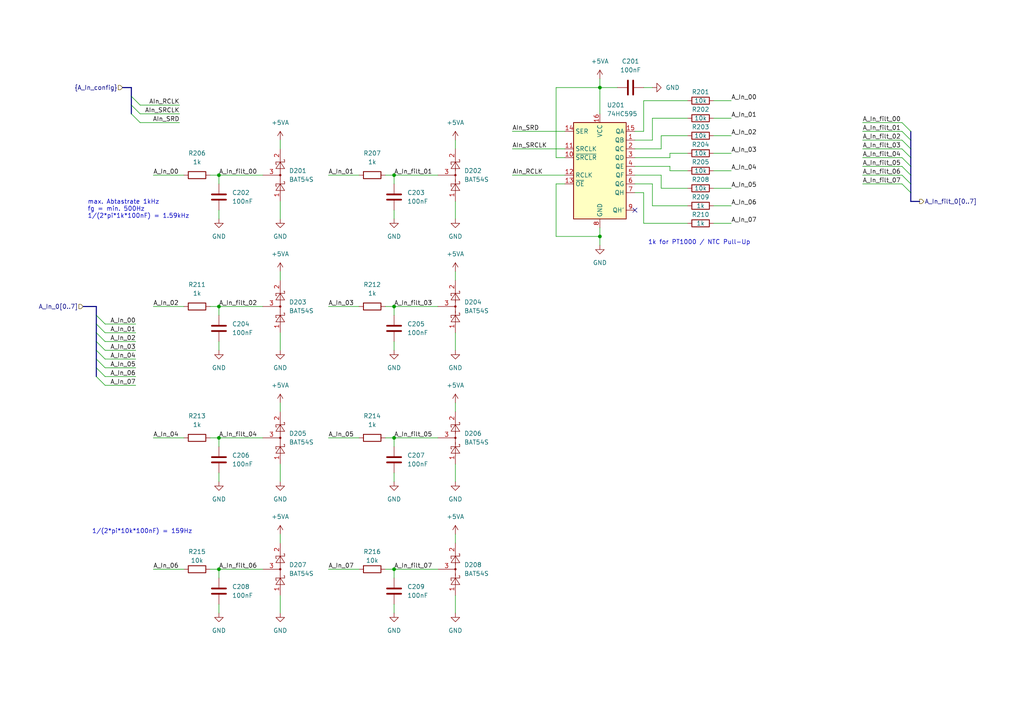
<source format=kicad_sch>
(kicad_sch (version 20230121) (generator eeschema)
  (paper "A4")
  (lib_symbols
    (symbol "74xx:74HC595"
      (property "Reference" "U" (at -7.62 13.97 0))
      (property "Value" "74HC595" (at -7.62 -16.51 0))
      (symbol "74HC595_1_0"
        (pin tri_state line (at 10.16 7.62 180) (length 2.54) (name "QB") (number "1"))
        (pin input line (at -10.16 2.54 0) (length 2.54) (name "~{SRCLR}") (number "10"))
        (pin input line (at -10.16 5.08 0) (length 2.54) (name "SRCLK") (number "11"))
        (pin input line (at -10.16 -2.54 0) (length 2.54) (name "RCLK") (number "12"))
        (pin input line (at -10.16 -5.08 0) (length 2.54) (name "~{OE}") (number "13"))
        (pin input line (at -10.16 10.16 0) (length 2.54) (name "SER") (number "14"))
        (pin tri_state line (at 10.16 10.16 180) (length 2.54) (name "QA") (number "15"))
        (pin power_in line (at 0 15.24 270) (length 2.54) (name "VCC") (number "16"))
        (pin tri_state line (at 10.16 5.08 180) (length 2.54) (name "QC") (number "2"))
        (pin tri_state line (at 10.16 2.54 180) (length 2.54) (name "QD") (number "3"))
        (pin tri_state line (at 10.16 0 180) (length 2.54) (name "QE") (number "4"))
        (pin tri_state line (at 10.16 -2.54 180) (length 2.54) (name "QF") (number "5"))
        (pin tri_state line (at 10.16 -5.08 180) (length 2.54) (name "QG") (number "6"))
        (pin tri_state line (at 10.16 -7.62 180) (length 2.54) (name "QH") (number "7"))
        (pin power_in line (at 0 -17.78 90) (length 2.54) (name "GND") (number "8"))
        (pin output line (at 10.16 -12.7 180) (length 2.54) (name "QH'") (number "9"))
      )
      (symbol "74HC595_1_1"
        (rectangle (start -7.62 12.7) (end 7.62 -15.24) (stroke (width 0.254)) (fill (type background)))
      )
    )
    (symbol "Device:C" (pin_numbers hide) (pin_names (offset 0.254))
      (property "Reference" "C" (at 0.635 2.54 0))
      (property "Value" "C" (at 0.635 -2.54 0))
      (symbol "C_0_1"
        (polyline (pts (xy -2.032 -0.762) (xy 2.032 -0.762)) (stroke (width 0.508)))
        (polyline (pts (xy -2.032 0.762) (xy 2.032 0.762)) (stroke (width 0.508)))
      )
      (symbol "C_1_1"
        (pin passive line (at 0 3.81 270) (length 2.794) (name "~") (number "1"))
        (pin passive line (at 0 -3.81 90) (length 2.794) (name "~") (number "2"))
      )
    )
    (symbol "Device:R" (pin_numbers hide) (pin_names (offset 0))
      (property "Reference" "R" (at 2.032 0 90))
      (property "Value" "R" (at 0 0 90))
      (symbol "R_0_1"
        (rectangle (start -1.016 -2.54) (end 1.016 2.54) (stroke (width 0.254)))
      )
      (symbol "R_1_1"
        (pin passive line (at 0 3.81 270) (length 1.27) (name "~") (number "1"))
        (pin passive line (at 0 -3.81 90) (length 1.27) (name "~") (number "2"))
      )
    )
    (symbol "Diode:BAT54S" (pin_names (offset 1.016))
      (property "Reference" "D" (at 0.635 -3.81 0))
      (property "Value" "BAT54S" (at -6.35 3.175 0))
      (symbol "BAT54S_0_1"
        (polyline (pts (xy -3.81 0) (xy -1.27 0)))
        (polyline (pts (xy -3.175 -1.27) (xy -3.175 -1.016)))
        (polyline (pts (xy -2.54 -1.27) (xy -3.175 -1.27)))
        (polyline (pts (xy -2.54 -1.27) (xy -2.54 1.27)))
        (polyline (pts (xy -2.54 1.27) (xy -1.905 1.27)))
        (polyline (pts (xy -1.905 0) (xy 1.905 0)))
        (polyline (pts (xy -1.905 1.27) (xy -1.905 1.016)))
        (polyline (pts (xy 1.27 0) (xy 3.81 0)))
        (polyline (pts (xy 3.175 -1.27) (xy 3.175 -1.016)))
        (polyline (pts (xy 3.81 -1.27) (xy 3.175 -1.27)))
        (polyline (pts (xy 3.81 -1.27) (xy 3.81 1.27)))
        (polyline (pts (xy 3.81 1.27) (xy 4.445 1.27)))
        (polyline (pts (xy 4.445 1.27) (xy 4.445 1.016)))
        (polyline (pts (xy -4.445 1.27) (xy -4.445 -1.27) (xy -2.54 0) (xy -4.445 1.27)))
        (polyline (pts (xy 1.905 1.27) (xy 1.905 -1.27) (xy 3.81 0) (xy 1.905 1.27)))
        (circle (center 0 0) (radius 0.254) (fill (type outline)))
      )
      (symbol "BAT54S_1_1"
        (pin passive line (at -7.62 0 0) (length 3.81) (name "~") (number "1"))
        (pin passive line (at 7.62 0 180) (length 3.81) (name "~") (number "2"))
        (pin passive line (at 0 -5.08 90) (length 5.08) (name "~") (number "3"))
      )
    )
    (symbol "power:+5VA" (power) (pin_names (offset 0))
      (property "Value" "+5VA" (at 0 3.556 0))
      (symbol "+5VA_0_1"
        (polyline (pts (xy -0.762 1.27) (xy 0 2.54)))
        (polyline (pts (xy 0 0) (xy 0 2.54)))
        (polyline (pts (xy 0 2.54) (xy 0.762 1.27)))
      )
      (symbol "+5VA_1_1"
        (pin power_in line (at 0 0 90) (length 0) hide (name "+5VA") (number "1"))
      )
    )
    (symbol "power:GND" (power) (pin_names (offset 0))
      (property "Value" "GND" (at 0 -3.81 0))
      (symbol "GND_0_1"
        (polyline (pts (xy 0 0) (xy 0 -1.27) (xy 1.27 -1.27) (xy 0 -2.54) (xy -1.27 -1.27) (xy 0 -1.27)))
      )
      (symbol "GND_1_1"
        (pin power_in line (at 0 0 270) (length 0) hide (name "GND") (number "1"))
      )
    )
  )
  (junction (at 63.5 165.1))
  (junction (at 114.3 127))
  (junction (at 63.5 127))
  (junction (at 114.3 88.9))
  (junction (at 114.3 165.1))
  (junction (at 173.99 68.58))
  (junction (at 173.99 25.4))
  (junction (at 114.3 50.8))
  (junction (at 63.5 88.9))
  (junction (at 63.5 50.8))
  (no_connect (at 184.15 60.96))
  (bus_entry (at 27.94 109.22) (size 2.54 2.54))
  (bus_entry (at 27.94 106.68) (size 2.54 2.54))
  (bus_entry (at 27.94 104.14) (size 2.54 2.54))
  (bus_entry (at 27.94 99.06) (size 2.54 2.54))
  (bus_entry (at 27.94 101.6) (size 2.54 2.54))
  (bus_entry (at 27.94 93.98) (size 2.54 2.54))
  (bus_entry (at 27.94 91.44) (size 2.54 2.54))
  (bus_entry (at 27.94 96.52) (size 2.54 2.54))
  (bus_entry (at 38.1 27.94) (size 2.54 2.54))
  (bus_entry (at 264.16 53.34) (size -2.54 -2.54))
  (bus_entry (at 264.16 50.8) (size -2.54 -2.54))
  (bus_entry (at 264.16 45.72) (size -2.54 -2.54))
  (bus_entry (at 264.16 48.26) (size -2.54 -2.54))
  (bus_entry (at 264.16 55.88) (size -2.54 -2.54))
  (bus_entry (at 264.16 40.64) (size -2.54 -2.54))
  (bus_entry (at 264.16 38.1) (size -2.54 -2.54))
  (bus_entry (at 264.16 43.18) (size -2.54 -2.54))
  (bus_entry (at 38.1 33.02) (size 2.54 2.54))
  (bus_entry (at 38.1 30.48) (size 2.54 2.54))
  (wire (pts (xy 199.39 49.53) (xy 194.31 49.53)))
  (wire (pts (xy 207.01 59.69) (xy 212.09 59.69)))
  (bus (pts (xy 27.94 106.68) (xy 27.94 109.22)))
  (wire (pts (xy 114.3 137.16) (xy 114.3 139.7)))
  (wire (pts (xy 207.01 44.45) (xy 212.09 44.45)))
  (wire (pts (xy 114.3 88.9) (xy 127 88.9)))
  (wire (pts (xy 63.5 127) (xy 63.5 129.54)))
  (wire (pts (xy 132.08 78.74) (xy 132.08 81.28)))
  (wire (pts (xy 63.5 60.96) (xy 63.5 63.5)))
  (wire (pts (xy 40.64 35.56) (xy 52.07 35.56)))
  (wire (pts (xy 81.28 96.52) (xy 81.28 101.6)))
  (wire (pts (xy 184.15 48.26) (xy 194.31 48.26)))
  (wire (pts (xy 114.3 99.06) (xy 114.3 101.6)))
  (wire (pts (xy 114.3 88.9) (xy 114.3 91.44)))
  (bus (pts (xy 27.94 104.14) (xy 27.94 106.68)))
  (wire (pts (xy 261.62 48.26) (xy 250.19 48.26)))
  (bus (pts (xy 264.16 58.42) (xy 266.7 58.42)))
  (wire (pts (xy 111.76 165.1) (xy 114.3 165.1)))
  (wire (pts (xy 114.3 165.1) (xy 127 165.1)))
  (wire (pts (xy 148.59 50.8) (xy 163.83 50.8)))
  (wire (pts (xy 132.08 116.84) (xy 132.08 119.38)))
  (wire (pts (xy 207.01 29.21) (xy 212.09 29.21)))
  (bus (pts (xy 27.94 96.52) (xy 27.94 99.06)))
  (wire (pts (xy 161.29 68.58) (xy 173.99 68.58)))
  (wire (pts (xy 173.99 66.04) (xy 173.99 68.58)))
  (wire (pts (xy 207.01 64.77) (xy 212.09 64.77)))
  (bus (pts (xy 264.16 43.18) (xy 264.16 45.72)))
  (wire (pts (xy 60.96 127) (xy 63.5 127)))
  (wire (pts (xy 81.28 134.62) (xy 81.28 139.7)))
  (wire (pts (xy 63.5 137.16) (xy 63.5 139.7)))
  (wire (pts (xy 63.5 127) (xy 76.2 127)))
  (wire (pts (xy 148.59 43.18) (xy 163.83 43.18)))
  (bus (pts (xy 264.16 50.8) (xy 264.16 53.34)))
  (bus (pts (xy 264.16 45.72) (xy 264.16 48.26)))
  (wire (pts (xy 132.08 134.62) (xy 132.08 139.7)))
  (wire (pts (xy 81.28 172.72) (xy 81.28 177.8)))
  (wire (pts (xy 95.25 50.8) (xy 104.14 50.8)))
  (wire (pts (xy 81.28 154.94) (xy 81.28 157.48)))
  (wire (pts (xy 44.45 50.8) (xy 53.34 50.8)))
  (wire (pts (xy 261.62 35.56) (xy 250.19 35.56)))
  (wire (pts (xy 191.77 50.8) (xy 191.77 54.61)))
  (wire (pts (xy 261.62 50.8) (xy 250.19 50.8)))
  (wire (pts (xy 63.5 175.26) (xy 63.5 177.8)))
  (wire (pts (xy 60.96 50.8) (xy 63.5 50.8)))
  (wire (pts (xy 114.3 127) (xy 127 127)))
  (wire (pts (xy 179.07 25.4) (xy 173.99 25.4)))
  (wire (pts (xy 161.29 25.4) (xy 173.99 25.4)))
  (wire (pts (xy 95.25 127) (xy 104.14 127)))
  (wire (pts (xy 30.48 106.68) (xy 39.37 106.68)))
  (wire (pts (xy 30.48 109.22) (xy 39.37 109.22)))
  (bus (pts (xy 27.94 93.98) (xy 27.94 96.52)))
  (wire (pts (xy 63.5 165.1) (xy 76.2 165.1)))
  (wire (pts (xy 261.62 40.64) (xy 250.19 40.64)))
  (wire (pts (xy 184.15 55.88) (xy 186.69 55.88)))
  (wire (pts (xy 60.96 165.1) (xy 63.5 165.1)))
  (wire (pts (xy 40.64 30.48) (xy 52.07 30.48)))
  (wire (pts (xy 63.5 88.9) (xy 76.2 88.9)))
  (wire (pts (xy 163.83 45.72) (xy 161.29 45.72)))
  (wire (pts (xy 261.62 43.18) (xy 250.19 43.18)))
  (bus (pts (xy 38.1 25.4) (xy 38.1 27.94)))
  (wire (pts (xy 132.08 40.64) (xy 132.08 43.18)))
  (wire (pts (xy 186.69 38.1) (xy 186.69 29.21)))
  (wire (pts (xy 207.01 49.53) (xy 212.09 49.53)))
  (wire (pts (xy 189.23 34.29) (xy 199.39 34.29)))
  (bus (pts (xy 264.16 55.88) (xy 264.16 58.42)))
  (wire (pts (xy 184.15 43.18) (xy 191.77 43.18)))
  (bus (pts (xy 264.16 48.26) (xy 264.16 50.8)))
  (wire (pts (xy 207.01 54.61) (xy 212.09 54.61)))
  (bus (pts (xy 24.13 88.9) (xy 27.94 88.9)))
  (wire (pts (xy 184.15 53.34) (xy 189.23 53.34)))
  (wire (pts (xy 44.45 165.1) (xy 53.34 165.1)))
  (wire (pts (xy 261.62 38.1) (xy 250.19 38.1)))
  (wire (pts (xy 81.28 116.84) (xy 81.28 119.38)))
  (bus (pts (xy 27.94 99.06) (xy 27.94 101.6)))
  (wire (pts (xy 132.08 154.94) (xy 132.08 157.48)))
  (wire (pts (xy 173.99 25.4) (xy 173.99 33.02)))
  (bus (pts (xy 264.16 53.34) (xy 264.16 55.88)))
  (wire (pts (xy 184.15 45.72) (xy 194.31 45.72)))
  (wire (pts (xy 161.29 53.34) (xy 161.29 68.58)))
  (wire (pts (xy 148.59 38.1) (xy 163.83 38.1)))
  (wire (pts (xy 30.48 99.06) (xy 39.37 99.06)))
  (wire (pts (xy 44.45 127) (xy 53.34 127)))
  (wire (pts (xy 191.77 39.37) (xy 199.39 39.37)))
  (wire (pts (xy 114.3 165.1) (xy 114.3 167.64)))
  (wire (pts (xy 95.25 165.1) (xy 104.14 165.1)))
  (wire (pts (xy 186.69 55.88) (xy 186.69 64.77)))
  (wire (pts (xy 60.96 88.9) (xy 63.5 88.9)))
  (wire (pts (xy 114.3 127) (xy 114.3 129.54)))
  (bus (pts (xy 38.1 33.02) (xy 38.1 30.48)))
  (wire (pts (xy 40.64 33.02) (xy 52.07 33.02)))
  (bus (pts (xy 264.16 40.64) (xy 264.16 43.18)))
  (wire (pts (xy 81.28 40.64) (xy 81.28 43.18)))
  (wire (pts (xy 161.29 45.72) (xy 161.29 25.4)))
  (wire (pts (xy 114.3 60.96) (xy 114.3 63.5)))
  (wire (pts (xy 199.39 59.69) (xy 189.23 59.69)))
  (bus (pts (xy 38.1 30.48) (xy 38.1 27.94)))
  (wire (pts (xy 114.3 50.8) (xy 127 50.8)))
  (wire (pts (xy 163.83 53.34) (xy 161.29 53.34)))
  (wire (pts (xy 191.77 43.18) (xy 191.77 39.37)))
  (wire (pts (xy 184.15 40.64) (xy 189.23 40.64)))
  (wire (pts (xy 30.48 96.52) (xy 39.37 96.52)))
  (wire (pts (xy 81.28 58.42) (xy 81.28 63.5)))
  (wire (pts (xy 186.69 25.4) (xy 189.23 25.4)))
  (wire (pts (xy 173.99 68.58) (xy 173.99 71.12)))
  (wire (pts (xy 114.3 175.26) (xy 114.3 177.8)))
  (wire (pts (xy 63.5 50.8) (xy 63.5 53.34)))
  (wire (pts (xy 173.99 25.4) (xy 173.99 22.86)))
  (wire (pts (xy 132.08 96.52) (xy 132.08 101.6)))
  (wire (pts (xy 184.15 38.1) (xy 186.69 38.1)))
  (wire (pts (xy 207.01 34.29) (xy 212.09 34.29)))
  (wire (pts (xy 63.5 50.8) (xy 76.2 50.8)))
  (wire (pts (xy 63.5 88.9) (xy 63.5 91.44)))
  (wire (pts (xy 191.77 54.61) (xy 199.39 54.61)))
  (wire (pts (xy 186.69 29.21) (xy 199.39 29.21)))
  (wire (pts (xy 95.25 88.9) (xy 104.14 88.9)))
  (wire (pts (xy 261.62 53.34) (xy 250.19 53.34)))
  (wire (pts (xy 111.76 50.8) (xy 114.3 50.8)))
  (wire (pts (xy 30.48 111.76) (xy 39.37 111.76)))
  (wire (pts (xy 207.01 39.37) (xy 212.09 39.37)))
  (wire (pts (xy 194.31 44.45) (xy 199.39 44.45)))
  (bus (pts (xy 35.56 25.4) (xy 38.1 25.4)))
  (wire (pts (xy 186.69 64.77) (xy 199.39 64.77)))
  (wire (pts (xy 132.08 58.42) (xy 132.08 63.5)))
  (wire (pts (xy 30.48 104.14) (xy 39.37 104.14)))
  (bus (pts (xy 27.94 91.44) (xy 27.94 88.9)))
  (wire (pts (xy 30.48 101.6) (xy 39.37 101.6)))
  (wire (pts (xy 194.31 49.53) (xy 194.31 48.26)))
  (bus (pts (xy 264.16 38.1) (xy 264.16 40.64)))
  (wire (pts (xy 63.5 99.06) (xy 63.5 101.6)))
  (wire (pts (xy 184.15 50.8) (xy 191.77 50.8)))
  (wire (pts (xy 261.62 45.72) (xy 250.19 45.72)))
  (wire (pts (xy 114.3 50.8) (xy 114.3 53.34)))
  (wire (pts (xy 132.08 172.72) (xy 132.08 177.8)))
  (wire (pts (xy 81.28 78.74) (xy 81.28 81.28)))
  (wire (pts (xy 194.31 45.72) (xy 194.31 44.45)))
  (wire (pts (xy 111.76 127) (xy 114.3 127)))
  (wire (pts (xy 63.5 165.1) (xy 63.5 167.64)))
  (wire (pts (xy 44.45 88.9) (xy 53.34 88.9)))
  (bus (pts (xy 27.94 91.44) (xy 27.94 93.98)))
  (wire (pts (xy 30.48 93.98) (xy 39.37 93.98)))
  (wire (pts (xy 189.23 40.64) (xy 189.23 34.29)))
  (wire (pts (xy 111.76 88.9) (xy 114.3 88.9)))
  (bus (pts (xy 27.94 101.6) (xy 27.94 104.14)))
  (wire (pts (xy 189.23 59.69) (xy 189.23 53.34)))
  (text "1k for PT1000 / NTC Pull-Up" (at 187.96 71.12 0) (effects (font (size 1.27 1.27)) (justify left bottom)))
  (text "1/(2*pi*10k*100nF) = 159Hz\n" (at 26.67 154.94 0) (effects (font (size 1.27 1.27)) (justify left bottom)))
  (text "max. Abtastrate 1kHz\nfg = min. 500Hz\n1/(2*pi*1k*100nF) = 1.59kHz" (at 25.4 63.5 0) (effects (font (size 1.27 1.27)) (justify left bottom)))
  (label "A_In_05" (at 95.25 127 0))
  (label "A_In_filt_00" (at 250.19 35.56 0))
  (label "A_In_filt_01" (at 250.19 38.1 0))
  (label "A_In_filt_06" (at 250.19 50.8 0))
  (label "A_In_filt_01" (at 114.3 50.8 0))
  (label "A_In_05" (at 212.09 54.61 0))
  (label "A_In_filt_03" (at 250.19 43.18 0))
  (label "A_In_06" (at 44.45 165.1 0))
  (label "AIn_SRD" (at 52.07 35.56 180))
  (label "A_In_03" (at 95.25 88.9 0))
  (label "A_In_01" (at 95.25 50.8 0))
  (label "A_In_filt_05" (at 114.3 127 0))
  (label "A_In_00" (at 212.09 29.21 0))
  (label "A_In_00" (at 39.37 93.98 180))
  (label "A_In_01" (at 212.09 34.29 0))
  (label "A_In_02" (at 39.37 99.06 180))
  (label "A_In_filt_04" (at 63.5 127 0))
  (label "A_In_00" (at 44.45 50.8 0))
  (label "A_In_07" (at 39.37 111.76 180))
  (label "A_In_05" (at 39.37 106.68 180))
  (label "A_In_filt_05" (at 250.19 48.26 0))
  (label "A_In_03" (at 212.09 44.45 0))
  (label "A_In_04" (at 44.45 127 0))
  (label "A_In_filt_07" (at 250.19 53.34 0))
  (label "A_In_filt_03" (at 114.3 88.9 0))
  (label "A_In_06" (at 212.09 59.69 0))
  (label "A_In_filt_00" (at 63.5 50.8 0))
  (label "A_In_filt_02" (at 63.5 88.9 0))
  (label "A_In_07" (at 95.25 165.1 0))
  (label "A_In_02" (at 44.45 88.9 0))
  (label "AIn_SRCLK" (at 52.07 33.02 180))
  (label "A_In_07" (at 212.09 64.77 0))
  (label "AIn_RCLK" (at 52.07 30.48 180))
  (label "A_In_01" (at 39.37 96.52 180))
  (label "AIn_SRCLK" (at 148.59 43.18 0))
  (label "A_In_04" (at 39.37 104.14 180))
  (label "A_In_03" (at 39.37 101.6 180))
  (label "A_In_filt_04" (at 250.19 45.72 0))
  (label "A_In_02" (at 212.09 39.37 0))
  (label "AIn_RCLK" (at 148.59 50.8 0))
  (label "AIn_SRD" (at 148.59 38.1 0))
  (label "A_In_filt_02" (at 250.19 40.64 0))
  (label "A_In_04" (at 212.09 49.53 0))
  (label "A_In_filt_06" (at 63.5 165.1 0))
  (label "A_In_filt_07" (at 114.3 165.1 0))
  (label "A_In_06" (at 39.37 109.22 180))
  (hierarchical_label "A_In_0[0..7]" (shape input) (at 24.13 88.9 180))
  (hierarchical_label "A_In_filt_0[0..7]" (shape output) (at 266.7 58.42 0))
  (hierarchical_label "{A_In_config}" (shape input) (at 35.56 25.4 180))
  (symbol (lib_id "Device:C") (at 63.5 133.35 0) (unit 1)
    (property "Reference" "C206" (at 67.31 132.0799 0) (effects (justify left)))
    (property "Value" "100nF" (at 67.31 134.6199 0) (effects (justify left)))
    (property "Footprint" "Capacitor_SMD:C_0603_1608Metric" (effects hide))
    (instances (project "Sensor_Board" (path "" (reference "C206") (unit 1))) (project "FT22_VCU_Konzept" (path "" (reference "C19") (unit 1))))
  )
  (symbol (lib_id "power:GND") (at 173.99 71.12 0) (unit 1)
    (property "Reference" "#PWR0209" (effects hide))
    (property "Value" "GND" (at 173.99 76.2 0))
    (instances (project "Sensor_Board" (path "" (reference "#PWR0209") (unit 1))) (project "FT22_VCU_Konzept" (path "" (reference "#PWR046") (unit 1))))
  )
  (symbol (lib_id "power:GND") (at 189.23 25.4 90) (unit 1)
    (property "Reference" "#PWR0202" (effects hide))
    (property "Value" "GND" (at 193.04 25.3999 90) (effects (justify right)))
    (instances (project "Sensor_Board" (path "" (reference "#PWR0202") (unit 1))) (project "FT22_VCU_Konzept" (path "" (reference "#PWR038") (unit 1))))
  )
  (symbol (lib_id "Device:R") (at 203.2 29.21 90) (unit 1)
    (property "Reference" "R201" (at 203.2 26.67 90))
    (property "Value" "10k" (at 203.2 29.21 90))
    (property "Footprint" "Resistor_SMD:R_0603_1608Metric" (effects hide))
    (instances (project "Sensor_Board" (path "" (reference "R201") (unit 1))) (project "FT22_VCU_Konzept" (path "" (reference "R19") (unit 1))))
  )
  (symbol (lib_id "power:+5VA") (at 81.28 40.64 0) (unit 1)
    (property "Reference" "#PWR0203" (effects hide))
    (property "Value" "+5VA" (at 81.28 35.56 0))
    (instances (project "Sensor_Board" (path "" (reference "#PWR0203") (unit 1))) (project "FT22_VCU_Konzept" (path "" (reference "#PWR040") (unit 1))))
  )
  (symbol (lib_id "Device:C") (at 182.88 25.4 90) (unit 1)
    (property "Reference" "C201" (at 182.88 17.78 90))
    (property "Value" "100nF" (at 182.88 20.32 90))
    (property "Footprint" "Capacitor_SMD:C_0603_1608Metric" (effects hide))
    (instances (project "Sensor_Board" (path "" (reference "C201") (unit 1))) (project "FT22_VCU_Konzept" (path "" (reference "C11") (unit 1))))
  )
  (symbol (lib_id "power:+5VA") (at 81.28 78.74 0) (unit 1)
    (property "Reference" "#PWR0210" (effects hide))
    (property "Value" "+5VA" (at 81.28 73.66 0))
    (instances (project "Sensor_Board" (path "" (reference "#PWR0210") (unit 1))) (project "FT22_VCU_Konzept" (path "" (reference "#PWR048") (unit 1))))
  )
  (symbol (lib_id "Device:C") (at 114.3 95.25 0) (unit 1)
    (property "Reference" "C205" (at 118.11 93.9799 0) (effects (justify left)))
    (property "Value" "100nF" (at 118.11 96.5199 0) (effects (justify left)))
    (property "Footprint" "Capacitor_SMD:C_0603_1608Metric" (effects hide))
    (instances (project "Sensor_Board" (path "" (reference "C205") (unit 1))) (project "FT22_VCU_Konzept" (path "" (reference "C16") (unit 1))))
  )
  (symbol (lib_id "Device:R") (at 107.95 50.8 90) (unit 1)
    (property "Reference" "R207" (at 107.95 44.45 90))
    (property "Value" "1k" (at 107.95 46.99 90))
    (property "Footprint" "Resistor_SMD:R_0603_1608Metric" (effects hide))
    (instances (project "Sensor_Board" (path "" (reference "R207") (unit 1))) (project "FT22_VCU_Konzept" (path "" (reference "R10") (unit 1))))
  )
  (symbol (lib_id "74xx:74HC595") (at 173.99 48.26 0) (unit 1)
    (property "Reference" "U201" (at 176.0094 30.48 0) (effects (justify left)))
    (property "Value" "74HC595" (at 176.0094 33.02 0) (effects (justify left)))
    (property "Footprint" "Package_SO:SOIC-16_3.9x9.9mm_P1.27mm" (effects hide))
    (property "Datasheet" "http://www.ti.com/lit/ds/symlink/sn74hc595.pdf" (effects hide))
    (instances (project "Sensor_Board" (path "" (reference "U201") (unit 1))) (project "FT22_VCU_Konzept" (path "" (reference "U3") (unit 1))))
  )
  (symbol (lib_id "Device:R") (at 107.95 127 90) (unit 1)
    (property "Reference" "R214" (at 107.95 120.65 90))
    (property "Value" "1k" (at 107.95 123.19 90))
    (property "Footprint" "Resistor_SMD:R_0603_1608Metric" (effects hide))
    (instances (project "Sensor_Board" (path "" (reference "R214") (unit 1))) (project "FT22_VCU_Konzept" (path "" (reference "R16") (unit 1))))
  )
  (symbol (lib_id "Device:R") (at 57.15 50.8 90) (unit 1)
    (property "Reference" "R206" (at 57.15 44.45 90))
    (property "Value" "1k" (at 57.15 46.99 90))
    (property "Footprint" "Resistor_SMD:R_0603_1608Metric" (effects hide))
    (instances (project "Sensor_Board" (path "" (reference "R206") (unit 1))) (project "FT22_VCU_Konzept" (path "" (reference "R9") (unit 1))))
  )
  (symbol (lib_id "power:+5VA") (at 132.08 78.74 0) (unit 1)
    (property "Reference" "#PWR0211" (effects hide))
    (property "Value" "+5VA" (at 132.08 73.66 0))
    (instances (project "Sensor_Board" (path "" (reference "#PWR0211") (unit 1))) (project "FT22_VCU_Konzept" (path "" (reference "#PWR049") (unit 1))))
  )
  (symbol (lib_id "power:+5VA") (at 173.99 22.86 0) (unit 1)
    (property "Reference" "#PWR0201" (effects hide))
    (property "Value" "+5VA" (at 173.99 17.78 0))
    (instances (project "Sensor_Board" (path "" (reference "#PWR0201") (unit 1))) (project "FT22_VCU_Konzept" (path "" (reference "#PWR036") (unit 1))))
  )
  (symbol (lib_id "Device:R") (at 203.2 64.77 90) (unit 1)
    (property "Reference" "R210" (at 203.2 62.23 90))
    (property "Value" "1k" (at 203.2 64.77 90))
    (property "Footprint" "Resistor_SMD:R_0603_1608Metric" (effects hide))
    (instances (project "Sensor_Board" (path "" (reference "R210") (unit 1))) (project "FT22_VCU_Konzept" (path "" (reference "R19") (unit 1))))
  )
  (symbol (lib_id "Device:C") (at 63.5 95.25 0) (unit 1)
    (property "Reference" "C204" (at 67.31 93.9799 0) (effects (justify left)))
    (property "Value" "100nF" (at 67.31 96.5199 0) (effects (justify left)))
    (property "Footprint" "Capacitor_SMD:C_0603_1608Metric" (effects hide))
    (instances (project "Sensor_Board" (path "" (reference "C204") (unit 1))) (project "FT22_VCU_Konzept" (path "" (reference "C15") (unit 1))))
  )
  (symbol (lib_id "Device:R") (at 203.2 49.53 90) (unit 1)
    (property "Reference" "R205" (at 203.2 46.99 90))
    (property "Value" "10k" (at 203.2 49.53 90))
    (property "Footprint" "Resistor_SMD:R_0603_1608Metric" (effects hide))
    (instances (project "Sensor_Board" (path "" (reference "R205") (unit 1))) (project "FT22_VCU_Konzept" (path "" (reference "R19") (unit 1))))
  )
  (symbol (lib_id "Diode:BAT54S") (at 81.28 165.1 270) (mirror x) (unit 1)
    (property "Reference" "D207" (at 83.82 163.8299 90) (effects (justify left)))
    (property "Value" "BAT54S" (at 83.82 166.3699 90) (effects (justify left)))
    (property "Footprint" "Package_TO_SOT_SMD:SOT-23" (effects hide))
    (property "Datasheet" "https://www.diodes.com/assets/Datasheets/ds11005.pdf" (effects hide))
    (instances (project "Sensor_Board" (path "" (reference "D207") (unit 1))) (project "FT22_VCU_Konzept" (path "" (reference "D27") (unit 1))))
  )
  (symbol (lib_id "Device:C") (at 114.3 57.15 0) (unit 1)
    (property "Reference" "C203" (at 118.11 55.8799 0) (effects (justify left)))
    (property "Value" "100nF" (at 118.11 58.4199 0) (effects (justify left)))
    (property "Footprint" "Capacitor_SMD:C_0603_1608Metric" (effects hide))
    (instances (project "Sensor_Board" (path "" (reference "C203") (unit 1))) (project "FT22_VCU_Konzept" (path "" (reference "C14") (unit 1))))
  )
  (symbol (lib_id "power:GND") (at 63.5 63.5 0) (unit 1)
    (property "Reference" "#PWR0205" (effects hide))
    (property "Value" "GND" (at 63.5 68.58 0))
    (instances (project "Sensor_Board" (path "" (reference "#PWR0205") (unit 1))) (project "FT22_VCU_Konzept" (path "" (reference "#PWR042") (unit 1))))
  )
  (symbol (lib_id "power:GND") (at 114.3 177.8 0) (unit 1)
    (property "Reference" "#PWR0226" (effects hide))
    (property "Value" "GND" (at 114.3 182.88 0))
    (instances (project "Sensor_Board" (path "" (reference "#PWR0226") (unit 1))) (project "FT22_VCU_Konzept" (path "" (reference "#PWR076") (unit 1))))
  )
  (symbol (lib_id "power:GND") (at 132.08 139.7 0) (unit 1)
    (property "Reference" "#PWR0221" (effects hide))
    (property "Value" "GND" (at 132.08 144.78 0))
    (instances (project "Sensor_Board" (path "" (reference "#PWR0221") (unit 1))) (project "FT22_VCU_Konzept" (path "" (reference "#PWR067") (unit 1))))
  )
  (symbol (lib_id "power:GND") (at 132.08 177.8 0) (unit 1)
    (property "Reference" "#PWR0227" (effects hide))
    (property "Value" "GND" (at 132.08 182.88 0))
    (instances (project "Sensor_Board" (path "" (reference "#PWR0227") (unit 1))) (project "FT22_VCU_Konzept" (path "" (reference "#PWR077") (unit 1))))
  )
  (symbol (lib_id "Diode:BAT54S") (at 132.08 165.1 270) (mirror x) (unit 1)
    (property "Reference" "D208" (at 134.62 163.8299 90) (effects (justify left)))
    (property "Value" "BAT54S" (at 134.62 166.3699 90) (effects (justify left)))
    (property "Footprint" "Package_TO_SOT_SMD:SOT-23" (effects hide))
    (property "Datasheet" "https://www.diodes.com/assets/Datasheets/ds11005.pdf" (effects hide))
    (instances (project "Sensor_Board" (path "" (reference "D208") (unit 1))) (project "FT22_VCU_Konzept" (path "" (reference "D28") (unit 1))))
  )
  (symbol (lib_id "Device:R") (at 57.15 127 90) (unit 1)
    (property "Reference" "R213" (at 57.15 120.65 90))
    (property "Value" "1k" (at 57.15 123.19 90))
    (property "Footprint" "Resistor_SMD:R_0603_1608Metric" (effects hide))
    (instances (project "Sensor_Board" (path "" (reference "R213") (unit 1))) (project "FT22_VCU_Konzept" (path "" (reference "R15") (unit 1))))
  )
  (symbol (lib_id "Diode:BAT54S") (at 81.28 127 270) (mirror x) (unit 1)
    (property "Reference" "D205" (at 83.82 125.7299 90) (effects (justify left)))
    (property "Value" "BAT54S" (at 83.82 128.2699 90) (effects (justify left)))
    (property "Footprint" "Package_TO_SOT_SMD:SOT-23" (effects hide))
    (property "Datasheet" "https://www.diodes.com/assets/Datasheets/ds11005.pdf" (effects hide))
    (instances (project "Sensor_Board" (path "" (reference "D205") (unit 1))) (project "FT22_VCU_Konzept" (path "" (reference "D23") (unit 1))))
  )
  (symbol (lib_id "power:+5VA") (at 81.28 154.94 0) (unit 1)
    (property "Reference" "#PWR0222" (effects hide))
    (property "Value" "+5VA" (at 81.28 149.86 0))
    (instances (project "Sensor_Board" (path "" (reference "#PWR0222") (unit 1))) (project "FT22_VCU_Konzept" (path "" (reference "#PWR072") (unit 1))))
  )
  (symbol (lib_id "Device:R") (at 57.15 165.1 90) (unit 1)
    (property "Reference" "R215" (at 57.15 160.02 90))
    (property "Value" "10k" (at 57.15 162.56 90))
    (property "Footprint" "Resistor_SMD:R_0603_1608Metric" (effects hide))
    (instances (project "Sensor_Board" (path "" (reference "R215") (unit 1))) (project "FT22_VCU_Konzept" (path "" (reference "R19") (unit 1))))
  )
  (symbol (lib_id "power:GND") (at 114.3 101.6 0) (unit 1)
    (property "Reference" "#PWR0214" (effects hide))
    (property "Value" "GND" (at 114.3 106.68 0))
    (instances (project "Sensor_Board" (path "" (reference "#PWR0214") (unit 1))) (project "FT22_VCU_Konzept" (path "" (reference "#PWR054") (unit 1))))
  )
  (symbol (lib_id "power:GND") (at 81.28 177.8 0) (unit 1)
    (property "Reference" "#PWR0225" (effects hide))
    (property "Value" "GND" (at 81.28 182.88 0))
    (instances (project "Sensor_Board" (path "" (reference "#PWR0225") (unit 1))) (project "FT22_VCU_Konzept" (path "" (reference "#PWR075") (unit 1))))
  )
  (symbol (lib_id "power:+5VA") (at 132.08 154.94 0) (unit 1)
    (property "Reference" "#PWR0223" (effects hide))
    (property "Value" "+5VA" (at 132.08 149.86 0))
    (instances (project "Sensor_Board" (path "" (reference "#PWR0223") (unit 1))) (project "FT22_VCU_Konzept" (path "" (reference "#PWR073") (unit 1))))
  )
  (symbol (lib_id "power:GND") (at 81.28 63.5 0) (unit 1)
    (property "Reference" "#PWR0206" (effects hide))
    (property "Value" "GND" (at 81.28 68.58 0))
    (instances (project "Sensor_Board" (path "" (reference "#PWR0206") (unit 1))) (project "FT22_VCU_Konzept" (path "" (reference "#PWR043") (unit 1))))
  )
  (symbol (lib_id "power:GND") (at 114.3 63.5 0) (unit 1)
    (property "Reference" "#PWR0207" (effects hide))
    (property "Value" "GND" (at 114.3 68.58 0))
    (instances (project "Sensor_Board" (path "" (reference "#PWR0207") (unit 1))) (project "FT22_VCU_Konzept" (path "" (reference "#PWR044") (unit 1))))
  )
  (symbol (lib_id "power:GND") (at 63.5 101.6 0) (unit 1)
    (property "Reference" "#PWR0212" (effects hide))
    (property "Value" "GND" (at 63.5 106.68 0))
    (instances (project "Sensor_Board" (path "" (reference "#PWR0212") (unit 1))) (project "FT22_VCU_Konzept" (path "" (reference "#PWR052") (unit 1))))
  )
  (symbol (lib_id "Device:R") (at 203.2 54.61 90) (unit 1)
    (property "Reference" "R208" (at 203.2 52.07 90))
    (property "Value" "10k" (at 203.2 54.61 90))
    (property "Footprint" "Resistor_SMD:R_0603_1608Metric" (effects hide))
    (instances (project "Sensor_Board" (path "" (reference "R208") (unit 1))) (project "FT22_VCU_Konzept" (path "" (reference "R19") (unit 1))))
  )
  (symbol (lib_id "power:GND") (at 132.08 63.5 0) (unit 1)
    (property "Reference" "#PWR0208" (effects hide))
    (property "Value" "GND" (at 132.08 68.58 0))
    (instances (project "Sensor_Board" (path "" (reference "#PWR0208") (unit 1))) (project "FT22_VCU_Konzept" (path "" (reference "#PWR045") (unit 1))))
  )
  (symbol (lib_id "power:GND") (at 63.5 139.7 0) (unit 1)
    (property "Reference" "#PWR0218" (effects hide))
    (property "Value" "GND" (at 63.5 144.78 0))
    (instances (project "Sensor_Board" (path "" (reference "#PWR0218") (unit 1))) (project "FT22_VCU_Konzept" (path "" (reference "#PWR064") (unit 1))))
  )
  (symbol (lib_id "Device:R") (at 107.95 88.9 90) (unit 1)
    (property "Reference" "R212" (at 107.95 82.55 90))
    (property "Value" "1k" (at 107.95 85.09 90))
    (property "Footprint" "Resistor_SMD:R_0603_1608Metric" (effects hide))
    (instances (project "Sensor_Board" (path "" (reference "R212") (unit 1))) (project "FT22_VCU_Konzept" (path "" (reference "R12") (unit 1))))
  )
  (symbol (lib_id "power:+5VA") (at 81.28 116.84 0) (unit 1)
    (property "Reference" "#PWR0216" (effects hide))
    (property "Value" "+5VA" (at 81.28 111.76 0))
    (instances (project "Sensor_Board" (path "" (reference "#PWR0216") (unit 1))) (project "FT22_VCU_Konzept" (path "" (reference "#PWR060") (unit 1))))
  )
  (symbol (lib_id "Diode:BAT54S") (at 132.08 127 270) (mirror x) (unit 1)
    (property "Reference" "D206" (at 134.62 125.7299 90) (effects (justify left)))
    (property "Value" "BAT54S" (at 134.62 128.2699 90) (effects (justify left)))
    (property "Footprint" "Package_TO_SOT_SMD:SOT-23" (effects hide))
    (property "Datasheet" "https://www.diodes.com/assets/Datasheets/ds11005.pdf" (effects hide))
    (instances (project "Sensor_Board" (path "" (reference "D206") (unit 1))) (project "FT22_VCU_Konzept" (path "" (reference "D24") (unit 1))))
  )
  (symbol (lib_id "power:GND") (at 81.28 139.7 0) (unit 1)
    (property "Reference" "#PWR0219" (effects hide))
    (property "Value" "GND" (at 81.28 144.78 0))
    (instances (project "Sensor_Board" (path "" (reference "#PWR0219") (unit 1))) (project "FT22_VCU_Konzept" (path "" (reference "#PWR065") (unit 1))))
  )
  (symbol (lib_id "Device:R") (at 203.2 59.69 90) (unit 1)
    (property "Reference" "R209" (at 203.2 57.15 90))
    (property "Value" "1k" (at 203.2 59.69 90))
    (property "Footprint" "Resistor_SMD:R_0603_1608Metric" (effects hide))
    (instances (project "Sensor_Board" (path "" (reference "R209") (unit 1))) (project "FT22_VCU_Konzept" (path "" (reference "R19") (unit 1))))
  )
  (symbol (lib_id "Diode:BAT54S") (at 81.28 88.9 270) (mirror x) (unit 1)
    (property "Reference" "D203" (at 83.82 87.6299 90) (effects (justify left)))
    (property "Value" "BAT54S" (at 83.82 90.1699 90) (effects (justify left)))
    (property "Footprint" "Package_TO_SOT_SMD:SOT-23" (effects hide))
    (property "Datasheet" "https://www.diodes.com/assets/Datasheets/ds11005.pdf" (effects hide))
    (instances (project "Sensor_Board" (path "" (reference "D203") (unit 1))) (project "FT22_VCU_Konzept" (path "" (reference "D19") (unit 1))))
  )
  (symbol (lib_id "power:GND") (at 81.28 101.6 0) (unit 1)
    (property "Reference" "#PWR0213" (effects hide))
    (property "Value" "GND" (at 81.28 106.68 0))
    (instances (project "Sensor_Board" (path "" (reference "#PWR0213") (unit 1))) (project "FT22_VCU_Konzept" (path "" (reference "#PWR053") (unit 1))))
  )
  (symbol (lib_id "Device:C") (at 114.3 171.45 0) (unit 1)
    (property "Reference" "C209" (at 118.11 170.1799 0) (effects (justify left)))
    (property "Value" "100nF" (at 118.11 172.7199 0) (effects (justify left)))
    (property "Footprint" "Capacitor_SMD:C_0603_1608Metric" (effects hide))
    (instances (project "Sensor_Board" (path "" (reference "C209") (unit 1))) (project "FT22_VCU_Konzept" (path "" (reference "C24") (unit 1))))
  )
  (symbol (lib_id "power:GND") (at 132.08 101.6 0) (unit 1)
    (property "Reference" "#PWR0215" (effects hide))
    (property "Value" "GND" (at 132.08 106.68 0))
    (instances (project "Sensor_Board" (path "" (reference "#PWR0215") (unit 1))) (project "FT22_VCU_Konzept" (path "" (reference "#PWR055") (unit 1))))
  )
  (symbol (lib_id "Diode:BAT54S") (at 132.08 50.8 270) (mirror x) (unit 1)
    (property "Reference" "D202" (at 134.62 49.5299 90) (effects (justify left)))
    (property "Value" "BAT54S" (at 134.62 52.0699 90) (effects (justify left)))
    (property "Footprint" "Package_TO_SOT_SMD:SOT-23" (effects hide))
    (property "Datasheet" "https://www.diodes.com/assets/Datasheets/ds11005.pdf" (effects hide))
    (instances (project "Sensor_Board" (path "" (reference "D202") (unit 1))) (project "FT22_VCU_Konzept" (path "" (reference "D18") (unit 1))))
  )
  (symbol (lib_id "Diode:BAT54S") (at 132.08 88.9 270) (mirror x) (unit 1)
    (property "Reference" "D204" (at 134.62 87.6299 90) (effects (justify left)))
    (property "Value" "BAT54S" (at 134.62 90.1699 90) (effects (justify left)))
    (property "Footprint" "Package_TO_SOT_SMD:SOT-23" (effects hide))
    (property "Datasheet" "https://www.diodes.com/assets/Datasheets/ds11005.pdf" (effects hide))
    (instances (project "Sensor_Board" (path "" (reference "D204") (unit 1))) (project "FT22_VCU_Konzept" (path "" (reference "D20") (unit 1))))
  )
  (symbol (lib_id "Device:R") (at 203.2 34.29 90) (unit 1)
    (property "Reference" "R202" (at 203.2 31.75 90))
    (property "Value" "10k" (at 203.2 34.29 90))
    (property "Footprint" "Resistor_SMD:R_0603_1608Metric" (effects hide))
    (instances (project "Sensor_Board" (path "" (reference "R202") (unit 1))) (project "FT22_VCU_Konzept" (path "" (reference "R19") (unit 1))))
  )
  (symbol (lib_id "Device:R") (at 57.15 88.9 90) (unit 1)
    (property "Reference" "R211" (at 57.15 82.55 90))
    (property "Value" "1k" (at 57.15 85.09 90))
    (property "Footprint" "Resistor_SMD:R_0603_1608Metric" (effects hide))
    (instances (project "Sensor_Board" (path "" (reference "R211") (unit 1))) (project "FT22_VCU_Konzept" (path "" (reference "R11") (unit 1))))
  )
  (symbol (lib_id "Device:R") (at 203.2 39.37 90) (unit 1)
    (property "Reference" "R203" (at 203.2 36.83 90))
    (property "Value" "10k" (at 203.2 39.37 90))
    (property "Footprint" "Resistor_SMD:R_0603_1608Metric" (effects hide))
    (instances (project "Sensor_Board" (path "" (reference "R203") (unit 1))) (project "FT22_VCU_Konzept" (path "" (reference "R19") (unit 1))))
  )
  (symbol (lib_id "Device:C") (at 114.3 133.35 0) (unit 1)
    (property "Reference" "C207" (at 118.11 132.0799 0) (effects (justify left)))
    (property "Value" "100nF" (at 118.11 134.6199 0) (effects (justify left)))
    (property "Footprint" "Capacitor_SMD:C_0603_1608Metric" (effects hide))
    (instances (project "Sensor_Board" (path "" (reference "C207") (unit 1))) (project "FT22_VCU_Konzept" (path "" (reference "C20") (unit 1))))
  )
  (symbol (lib_id "power:GND") (at 63.5 177.8 0) (unit 1)
    (property "Reference" "#PWR0224" (effects hide))
    (property "Value" "GND" (at 63.5 182.88 0))
    (instances (project "Sensor_Board" (path "" (reference "#PWR0224") (unit 1))) (project "FT22_VCU_Konzept" (path "" (reference "#PWR074") (unit 1))))
  )
  (symbol (lib_id "Diode:BAT54S") (at 81.28 50.8 270) (mirror x) (unit 1)
    (property "Reference" "D201" (at 83.82 49.5299 90) (effects (justify left)))
    (property "Value" "BAT54S" (at 83.82 52.0699 90) (effects (justify left)))
    (property "Footprint" "Package_TO_SOT_SMD:SOT-23" (effects hide))
    (property "Datasheet" "https://www.diodes.com/assets/Datasheets/ds11005.pdf" (effects hide))
    (instances (project "Sensor_Board" (path "" (reference "D201") (unit 1))) (project "FT22_VCU_Konzept" (path "" (reference "D17") (unit 1))))
  )
  (symbol (lib_id "Device:R") (at 203.2 44.45 90) (unit 1)
    (property "Reference" "R204" (at 203.2 41.91 90))
    (property "Value" "10k" (at 203.2 44.45 90))
    (property "Footprint" "Resistor_SMD:R_0603_1608Metric" (effects hide))
    (instances (project "Sensor_Board" (path "" (reference "R204") (unit 1))) (project "FT22_VCU_Konzept" (path "" (reference "R19") (unit 1))))
  )
  (symbol (lib_id "Device:C") (at 63.5 57.15 0) (unit 1)
    (property "Reference" "C202" (at 67.31 55.8799 0) (effects (justify left)))
    (property "Value" "100nF" (at 67.31 58.4199 0) (effects (justify left)))
    (property "Footprint" "Capacitor_SMD:C_0603_1608Metric" (effects hide))
    (instances (project "Sensor_Board" (path "" (reference "C202") (unit 1))) (project "FT22_VCU_Konzept" (path "" (reference "C13") (unit 1))))
  )
  (symbol (lib_id "power:GND") (at 114.3 139.7 0) (unit 1)
    (property "Reference" "#PWR0220" (effects hide))
    (property "Value" "GND" (at 114.3 144.78 0))
    (instances (project "Sensor_Board" (path "" (reference "#PWR0220") (unit 1))) (project "FT22_VCU_Konzept" (path "" (reference "#PWR066") (unit 1))))
  )
  (symbol (lib_id "Device:R") (at 107.95 165.1 90) (unit 1)
    (property "Reference" "R216" (at 107.95 160.02 90))
    (property "Value" "10k" (at 107.95 162.56 90))
    (property "Footprint" "Resistor_SMD:R_0603_1608Metric" (effects hide))
    (instances (project "Sensor_Board" (path "" (reference "R216") (unit 1))) (project "FT22_VCU_Konzept" (path "" (reference "R20") (unit 1))))
  )
  (symbol (lib_id "Device:C") (at 63.5 171.45 0) (unit 1)
    (property "Reference" "C208" (at 67.31 170.1799 0) (effects (justify left)))
    (property "Value" "100nF" (at 67.31 172.7199 0) (effects (justify left)))
    (property "Footprint" "Capacitor_SMD:C_0603_1608Metric" (effects hide))
    (instances (project "Sensor_Board" (path "" (reference "C208") (unit 1))) (project "FT22_VCU_Konzept" (path "" (reference "C23") (unit 1))))
  )
  (symbol (lib_id "power:+5VA") (at 132.08 40.64 0) (unit 1)
    (property "Reference" "#PWR0204" (effects hide))
    (property "Value" "+5VA" (at 132.08 35.56 0))
    (instances (project "Sensor_Board" (path "" (reference "#PWR0204") (unit 1))) (project "FT22_VCU_Konzept" (path "" (reference "#PWR041") (unit 1))))
  )
  (symbol (lib_id "power:+5VA") (at 132.08 116.84 0) (unit 1)
    (property "Reference" "#PWR0217" (effects hide))
    (property "Value" "+5VA" (at 132.08 111.76 0))
    (instances (project "Sensor_Board" (path "" (reference "#PWR0217") (unit 1))) (project "FT22_VCU_Konzept" (path "" (reference "#PWR061") (unit 1))))
  )
)
</source>
